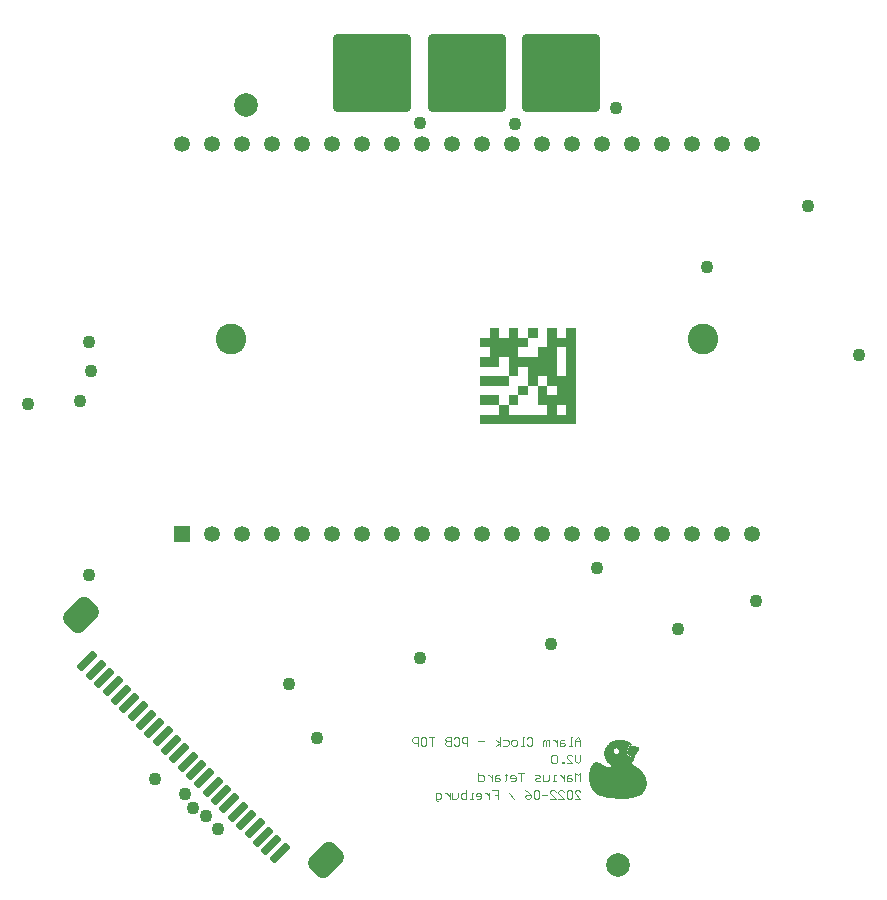
<source format=gbs>
G04*
G04 #@! TF.GenerationSoftware,Altium Limited,CircuitStudio,1.5.2 (30)*
G04*
G04 Layer_Color=8150272*
%FSLAX25Y25*%
%MOIN*%
G70*
G01*
G75*
%ADD41C,0.00394*%
%ADD73C,0.07874*%
%ADD74C,0.00394*%
%ADD75C,0.05315*%
%ADD76R,0.05315X0.05315*%
%ADD77C,0.10236*%
G04:AMPARAMS|DCode=78|XSize=259.84mil|YSize=259.84mil|CornerRadius=14.76mil|HoleSize=0mil|Usage=FLASHONLY|Rotation=180.000|XOffset=0mil|YOffset=0mil|HoleType=Round|Shape=RoundedRectangle|*
%AMROUNDEDRECTD78*
21,1,0.25984,0.23031,0,0,180.0*
21,1,0.23031,0.25984,0,0,180.0*
1,1,0.02953,-0.11516,0.11516*
1,1,0.02953,0.11516,0.11516*
1,1,0.02953,0.11516,-0.11516*
1,1,0.02953,-0.11516,-0.11516*
%
%ADD78ROUNDEDRECTD78*%
%ADD79C,0.04331*%
G04:AMPARAMS|DCode=80|XSize=27.56mil|YSize=78.74mil|CornerRadius=7.87mil|HoleSize=0mil|Usage=FLASHONLY|Rotation=135.000|XOffset=0mil|YOffset=0mil|HoleType=Round|Shape=RoundedRectangle|*
%AMROUNDEDRECTD80*
21,1,0.02756,0.06299,0,0,135.0*
21,1,0.01181,0.07874,0,0,135.0*
1,1,0.01575,0.01810,0.02645*
1,1,0.01575,0.02645,0.01810*
1,1,0.01575,-0.01810,-0.02645*
1,1,0.01575,-0.02645,-0.01810*
%
%ADD80ROUNDEDRECTD80*%
G04:AMPARAMS|DCode=81|XSize=86.61mil|YSize=114.17mil|CornerRadius=22.64mil|HoleSize=0mil|Usage=FLASHONLY|Rotation=135.000|XOffset=0mil|YOffset=0mil|HoleType=Round|Shape=RoundedRectangle|*
%AMROUNDEDRECTD81*
21,1,0.08661,0.06890,0,0,135.0*
21,1,0.04134,0.11417,0,0,135.0*
1,1,0.04528,0.00974,0.03897*
1,1,0.04528,0.03897,0.00974*
1,1,0.04528,-0.00974,-0.03897*
1,1,0.04528,-0.03897,-0.00974*
%
%ADD81ROUNDEDRECTD81*%
G36*
X51442Y-88684D02*
X51592D01*
X51784Y-88711D01*
X52003Y-88739D01*
X52249Y-88780D01*
X52508Y-88848D01*
X52768Y-88916D01*
X52795D01*
X52891Y-88944D01*
X53014Y-88971D01*
X53151Y-89012D01*
X53164D01*
X53178Y-89026D01*
X53260Y-89053D01*
X53383Y-89094D01*
X53506Y-89149D01*
X53520D01*
X53547Y-89162D01*
X53602D01*
X53657Y-89176D01*
X53670D01*
X53698Y-89190D01*
X53725Y-89204D01*
X53766Y-89245D01*
X53807D01*
X53848Y-89272D01*
X53916Y-89299D01*
X53930D01*
X53957Y-89327D01*
X53998Y-89354D01*
X54026Y-89381D01*
X54039Y-89395D01*
X54094Y-89422D01*
X54176Y-89463D01*
X54258Y-89518D01*
X54272Y-89532D01*
X54313Y-89559D01*
X54381Y-89586D01*
X54449Y-89641D01*
X54477Y-89655D01*
X54532Y-89696D01*
X54559Y-89709D01*
X54614Y-89778D01*
X54627D01*
X54655Y-89805D01*
Y-89819D01*
X54668Y-89832D01*
X54873Y-90051D01*
X55229Y-90530D01*
X55215D01*
X55201Y-90516D01*
X55119Y-90502D01*
X55010Y-90475D01*
X54887Y-90447D01*
X54873D01*
X54860Y-90434D01*
X54777Y-90420D01*
X54655Y-90393D01*
X54518Y-90379D01*
X54422D01*
X54367Y-90365D01*
X54272D01*
X54217Y-90393D01*
X54203Y-90406D01*
X54176Y-90420D01*
X54162Y-90461D01*
X54149D01*
X54135Y-90488D01*
X54094Y-90543D01*
X54080Y-90557D01*
X54053Y-90598D01*
X54026Y-90666D01*
X53998Y-90748D01*
X53985Y-90762D01*
X53971Y-90816D01*
X53944Y-90885D01*
X53903Y-90967D01*
X53889Y-90994D01*
X53834Y-91063D01*
X53793Y-91158D01*
X53739Y-91281D01*
Y-91295D01*
X53725Y-91309D01*
X53698Y-91391D01*
X53657Y-91500D01*
X53602Y-91623D01*
X53588Y-91650D01*
X53561Y-91719D01*
X53534Y-91815D01*
X53493Y-91924D01*
X53479Y-91951D01*
X53465Y-92006D01*
X53424Y-92102D01*
X53397Y-92197D01*
X53383Y-92211D01*
X53369Y-92252D01*
X53356Y-92320D01*
Y-92389D01*
Y-92402D01*
X53342Y-92443D01*
X53329Y-92498D01*
X53301Y-92566D01*
Y-92580D01*
X53288Y-92635D01*
X53274Y-92703D01*
X53260Y-92785D01*
X53246Y-92799D01*
X53233Y-92853D01*
X53219Y-92922D01*
X53206Y-93004D01*
X53192Y-93031D01*
X53178Y-93099D01*
X53164Y-93127D01*
Y-93168D01*
X53178Y-93182D01*
X53219Y-93236D01*
X53246Y-93264D01*
X53288Y-93291D01*
X53301Y-93305D01*
X53329Y-93345D01*
X53383Y-93414D01*
X53438Y-93482D01*
X53452Y-93496D01*
X53479Y-93537D01*
X53534Y-93592D01*
X53602Y-93646D01*
X53616Y-93660D01*
X53657Y-93701D01*
X53725Y-93769D01*
X53807Y-93851D01*
X53821Y-93865D01*
X53875Y-93906D01*
X53944Y-93961D01*
X54026Y-94029D01*
X54039Y-94043D01*
X54094Y-94070D01*
X54162Y-94111D01*
X54258Y-94166D01*
X54272Y-94179D01*
X54326Y-94193D01*
X54409Y-94234D01*
X54491Y-94275D01*
X54504D01*
X54532Y-94289D01*
X54572Y-94302D01*
X54627Y-94330D01*
X54750Y-94384D01*
X54901Y-94439D01*
X54914D01*
X54928Y-94453D01*
X55160D01*
X55338Y-94425D01*
X55352D01*
X55379Y-94412D01*
X55420D01*
X55475Y-94384D01*
X55611Y-94330D01*
X55680Y-94275D01*
X55748Y-94220D01*
X55762Y-94207D01*
X55775Y-94193D01*
X55857Y-94111D01*
X55967Y-94002D01*
X56090Y-93906D01*
Y-93920D01*
Y-93933D01*
X56076Y-94015D01*
Y-94029D01*
X56063Y-94056D01*
Y-94084D01*
X56049Y-94097D01*
Y-94111D01*
Y-94152D01*
X56035Y-94207D01*
X56021Y-94275D01*
Y-94289D01*
X56008Y-94330D01*
X55967Y-94425D01*
Y-94439D01*
X55953Y-94453D01*
X55940Y-94521D01*
X55898Y-94630D01*
X55871Y-94740D01*
X55857Y-94767D01*
X55830Y-94822D01*
X55789Y-94918D01*
X55748Y-95027D01*
Y-95041D01*
X55734Y-95068D01*
X55707Y-95109D01*
X55693Y-95177D01*
Y-95191D01*
X55680Y-95218D01*
X55652Y-95259D01*
X55625Y-95300D01*
X55611Y-95369D01*
X55529Y-95533D01*
X55338Y-95833D01*
X55256Y-95984D01*
X55242Y-95998D01*
X55201Y-96066D01*
X55188D01*
X55174Y-96093D01*
X55147Y-96148D01*
X55133Y-96162D01*
X55092Y-96216D01*
X55051Y-96312D01*
X55024Y-96421D01*
Y-96449D01*
Y-96517D01*
Y-96599D01*
X55065Y-96695D01*
Y-96708D01*
X55092Y-96736D01*
X55160Y-96831D01*
X55188Y-96859D01*
X55242Y-96927D01*
X55256D01*
X55283Y-96941D01*
X55311Y-96954D01*
X55365Y-96995D01*
X55379Y-97009D01*
X55393Y-97036D01*
X55434Y-97064D01*
X55475Y-97077D01*
X55502Y-97091D01*
X55570Y-97132D01*
X55666Y-97200D01*
X55789Y-97269D01*
X55803D01*
X55817Y-97282D01*
X55885Y-97324D01*
X55994Y-97378D01*
X56103Y-97447D01*
X56117D01*
X56145Y-97460D01*
X56186Y-97487D01*
X56254Y-97515D01*
X56268D01*
X56295Y-97528D01*
X56336Y-97556D01*
X56363Y-97597D01*
X56391D01*
X56445Y-97610D01*
X56527Y-97638D01*
X56637Y-97706D01*
X56664Y-97720D01*
X56719Y-97775D01*
X56801Y-97829D01*
X56896Y-97884D01*
X56924Y-97898D01*
X56992Y-97939D01*
X57006D01*
X57019Y-97952D01*
X57088Y-98021D01*
X57293Y-98157D01*
Y-98198D01*
X57334D01*
X57375Y-98212D01*
X57416Y-98239D01*
X57443Y-98267D01*
X57471Y-98294D01*
X57703Y-98485D01*
X57894Y-98663D01*
X57935D01*
X58004Y-98773D01*
X58072Y-98800D01*
X58086Y-98855D01*
X58236Y-98964D01*
X58222D01*
Y-98991D01*
X58250D01*
X58277Y-99005D01*
X58304Y-99032D01*
X58318Y-99046D01*
X58332Y-99101D01*
X58345D01*
X58373Y-99114D01*
X58414Y-99142D01*
X58455Y-99183D01*
Y-99196D01*
X58482Y-99224D01*
X58523Y-99292D01*
Y-99333D01*
X58551Y-99319D01*
X58660Y-99470D01*
X58797Y-99634D01*
X59070Y-100044D01*
X59043Y-100085D01*
X59056Y-100099D01*
X59084Y-100112D01*
X59138Y-100167D01*
X59179Y-100235D01*
Y-100249D01*
X59207Y-100303D01*
X59234Y-100358D01*
X59261Y-100427D01*
Y-100440D01*
X59275Y-100468D01*
X59302Y-100522D01*
X59330Y-100577D01*
X59398Y-100741D01*
X59480Y-100919D01*
Y-100932D01*
X59494Y-100960D01*
X59521Y-101014D01*
X59548Y-101069D01*
X59617Y-101233D01*
X59685Y-101425D01*
X59699Y-101452D01*
X59712Y-101534D01*
X59753Y-101657D01*
X59794Y-101821D01*
X59835Y-102026D01*
X59877Y-102245D01*
X59904Y-102504D01*
X59931Y-102764D01*
Y-102778D01*
Y-102792D01*
Y-102832D01*
Y-102887D01*
Y-103024D01*
Y-103202D01*
Y-103407D01*
X59904Y-103639D01*
X59877Y-103885D01*
X59835Y-104118D01*
Y-104131D01*
X59822Y-104186D01*
X59794Y-104268D01*
X59753Y-104377D01*
X59726Y-104500D01*
X59671Y-104637D01*
X59562Y-104924D01*
X59548Y-104938D01*
X59535Y-104992D01*
X59494Y-105061D01*
X59453Y-105156D01*
X59398Y-105266D01*
X59330Y-105389D01*
X59166Y-105662D01*
Y-105676D01*
X59138Y-105703D01*
X59111Y-105744D01*
X59084Y-105799D01*
X58988Y-105936D01*
X58878Y-106100D01*
X58865Y-106113D01*
X58851Y-106141D01*
X58824Y-106168D01*
X58769Y-106223D01*
X58674Y-106359D01*
X58551Y-106496D01*
X58537Y-106510D01*
X58509Y-106537D01*
X58468Y-106592D01*
X58427Y-106646D01*
X58414Y-106660D01*
X58386Y-106687D01*
X58332Y-106728D01*
X58277Y-106769D01*
X58304Y-106810D01*
X58277Y-106824D01*
X58209Y-106865D01*
X57990Y-107056D01*
X57129Y-107467D01*
X56869Y-107521D01*
X56254Y-107754D01*
X56227D01*
Y-107781D01*
X56158D01*
X56103Y-107822D01*
X56063Y-107836D01*
X55802Y-107867D01*
X55817Y-107877D01*
X55775D01*
Y-107870D01*
X55721Y-107877D01*
X55707Y-107918D01*
X55625D01*
X55529Y-107931D01*
X55420Y-107945D01*
X55393D01*
X55324Y-107972D01*
X55229Y-108000D01*
X55133Y-108041D01*
X55024D01*
X54983Y-108054D01*
X54955Y-108082D01*
X54691Y-108114D01*
X54709Y-108123D01*
X54682D01*
Y-108115D01*
X54614Y-108123D01*
X54600D01*
X54559Y-108136D01*
X54477D01*
X54436Y-108150D01*
X54381Y-108164D01*
X54149D01*
X54135Y-108177D01*
X54094Y-108191D01*
X54039Y-108205D01*
X53834D01*
X53766Y-108219D01*
X53520D01*
X53438Y-108232D01*
X53424D01*
X53411Y-108246D01*
X53356Y-108259D01*
X53329D01*
X53301Y-108273D01*
X53055D01*
Y-108300D01*
X52946D01*
X52850Y-108314D01*
X52823D01*
X52768Y-108328D01*
X52686Y-108342D01*
X52221D01*
X52044Y-108328D01*
X51838D01*
X51415Y-108314D01*
X51319D01*
X51196Y-108300D01*
X50882D01*
X50677Y-108287D01*
X50458Y-108273D01*
X50239Y-108259D01*
X50225D01*
X50171Y-108246D01*
X49856D01*
X49761Y-108232D01*
X49706D01*
X49651Y-108219D01*
X49583D01*
X49487Y-108205D01*
X49392Y-108191D01*
X49173Y-108164D01*
X49159D01*
X49118Y-108150D01*
X49064D01*
X48981Y-108136D01*
X48899Y-108123D01*
X48790Y-108109D01*
X48571Y-108082D01*
X48503D01*
X48448Y-108068D01*
X48366Y-108054D01*
X48216D01*
X48134Y-108068D01*
X48107D01*
X48079Y-108054D01*
X48038D01*
X48011Y-108068D01*
X47997Y-108054D01*
X47970Y-108041D01*
X47929Y-108027D01*
X47861Y-108013D01*
X47751D01*
X47710Y-108027D01*
X47546D01*
X47532Y-108013D01*
X47505Y-108000D01*
X47464Y-107986D01*
X47396Y-107972D01*
X47341D01*
X47232Y-107945D01*
X47191D01*
X47150Y-107931D01*
X47081D01*
X46931Y-107904D01*
X46767Y-107890D01*
X46726D01*
X46671Y-107877D01*
X46617D01*
X46466Y-107849D01*
X46288Y-107822D01*
X46275D01*
X46234Y-107808D01*
X46165Y-107781D01*
X46070Y-107767D01*
X46042D01*
X45988Y-107754D01*
X45878D01*
X45550Y-107658D01*
X44990Y-107494D01*
Y-107467D01*
X44962D01*
X44908Y-107453D01*
X44826Y-107439D01*
X44730Y-107412D01*
X44703Y-107398D01*
X44648Y-107371D01*
X44552Y-107344D01*
X44457Y-107303D01*
X44443Y-107289D01*
X44402Y-107275D01*
X44334Y-107262D01*
X44265Y-107234D01*
X44252D01*
X44211Y-107221D01*
X44142Y-107207D01*
X44074Y-107179D01*
X44047Y-107166D01*
X43992Y-107152D01*
X43910Y-107125D01*
X43828Y-107084D01*
X43801Y-107070D01*
X43760Y-107043D01*
X43677Y-107002D01*
X43609Y-106947D01*
X43595Y-106933D01*
X43541Y-106920D01*
X43472Y-106879D01*
X43390Y-106838D01*
X43377Y-106824D01*
X43322Y-106797D01*
X43267Y-106742D01*
X43226Y-106674D01*
X43213Y-106701D01*
X43131Y-106660D01*
Y-106619D01*
X43103D01*
X43090Y-106605D01*
X43049Y-106564D01*
X42980Y-106537D01*
X42844Y-106387D01*
X42789D01*
X42748Y-106291D01*
X42721D01*
X42680Y-106277D01*
X42652Y-106250D01*
X42639Y-106236D01*
X42611Y-106223D01*
X42529Y-106154D01*
X42516Y-106141D01*
X42461Y-106086D01*
X42406Y-106018D01*
X42338Y-105936D01*
X42324Y-105908D01*
X42283Y-105853D01*
X42215Y-105772D01*
X42147Y-105676D01*
X42133Y-105662D01*
X42105Y-105649D01*
X42037Y-105567D01*
X42023Y-105553D01*
X42010Y-105526D01*
X41996Y-105484D01*
X41982Y-105430D01*
X41941Y-105389D01*
X41900Y-105334D01*
X41887Y-105320D01*
X41859Y-105293D01*
X41818Y-105252D01*
X41777Y-105184D01*
X41764Y-105156D01*
X41736Y-105115D01*
X41730Y-105102D01*
X41723D01*
Y-105088D01*
X41709Y-105061D01*
X41695Y-105006D01*
X41668D01*
X41654Y-104992D01*
X41641Y-104965D01*
Y-104951D01*
X41627Y-104938D01*
Y-104910D01*
X41613D01*
X41600Y-104897D01*
Y-104883D01*
Y-104856D01*
X41572Y-104810D01*
Y-104787D01*
X41559D01*
X41545Y-104760D01*
X41504Y-104733D01*
X41477Y-104692D01*
X41463Y-104678D01*
X41449Y-104651D01*
X41436Y-104596D01*
Y-104541D01*
X41422Y-104555D01*
Y-104541D01*
Y-104528D01*
X41408Y-104514D01*
X41395Y-104500D01*
Y-104487D01*
X41367Y-104364D01*
X41340Y-104391D01*
Y-104350D01*
X41326Y-104364D01*
X41340Y-104336D01*
X41326Y-104350D01*
X41299Y-104336D01*
Y-104268D01*
X41285D01*
Y-104254D01*
X41299D01*
X41285Y-104241D01*
Y-104200D01*
X41272D01*
X41258Y-104186D01*
X41244Y-104172D01*
X41231Y-104131D01*
Y-104118D01*
X41217Y-104090D01*
X41203Y-104022D01*
Y-104035D01*
X41190D01*
Y-103967D01*
X41176D01*
Y-103926D01*
X41135Y-103885D01*
X41149D01*
X41135Y-103871D01*
X41121Y-103858D01*
X41107Y-103817D01*
Y-103789D01*
Y-103776D01*
X41094Y-103748D01*
Y-103680D01*
X41080Y-103694D01*
Y-103625D01*
X41039Y-103639D01*
X41053Y-103584D01*
X41039D01*
Y-103598D01*
X41017Y-103543D01*
X41012D01*
Y-103530D01*
X41017Y-103543D01*
X41039D01*
X40998Y-103502D01*
X41012Y-103461D01*
X40998Y-103489D01*
Y-103475D01*
Y-103461D01*
Y-103448D01*
X40984D01*
Y-103434D01*
X40998Y-103420D01*
X40984D01*
Y-103407D01*
X40998Y-103379D01*
Y-103366D01*
X40957D01*
X40984Y-103311D01*
X40957D01*
Y-103297D01*
X40944D01*
X40957Y-103256D01*
X40944Y-103270D01*
Y-103256D01*
Y-103229D01*
X40916D01*
Y-103215D01*
X40930Y-103174D01*
Y-103161D01*
Y-103147D01*
Y-103133D01*
X40903D01*
X40916Y-103078D01*
X40903D01*
Y-103065D01*
X40875D01*
Y-102969D01*
X40861D01*
X40848Y-102696D01*
X40780Y-102545D01*
X40807Y-102463D01*
X40780Y-102491D01*
Y-102368D01*
X40766Y-102272D01*
X40752D01*
Y-102258D01*
Y-102245D01*
X40766Y-102217D01*
X40752Y-102204D01*
X40738Y-102190D01*
Y-102176D01*
Y-102163D01*
X40752Y-102135D01*
X40738Y-102122D01*
X40725Y-102108D01*
Y-102094D01*
X40752Y-102040D01*
X40711Y-101903D01*
X40684Y-101575D01*
X40711Y-101520D01*
X40684D01*
Y-101479D01*
Y-101438D01*
Y-101301D01*
Y-101151D01*
Y-101137D01*
Y-101110D01*
Y-101069D01*
Y-101028D01*
Y-100891D01*
Y-100741D01*
Y-100727D01*
Y-100686D01*
Y-100632D01*
Y-100563D01*
Y-100550D01*
Y-100509D01*
X40697Y-100454D01*
X40725Y-100413D01*
Y-100399D01*
Y-100358D01*
Y-100303D01*
X40738Y-100235D01*
Y-100222D01*
Y-100167D01*
X40752Y-100099D01*
Y-100030D01*
Y-100016D01*
Y-100003D01*
X40766Y-99921D01*
X40780Y-99811D01*
X40807Y-99688D01*
Y-99675D01*
Y-99661D01*
X40821Y-99579D01*
X40834Y-99470D01*
X40861Y-99347D01*
Y-99319D01*
X40875Y-99251D01*
X40889Y-99155D01*
X40916Y-99032D01*
X40957Y-98868D01*
X40998Y-98704D01*
X41094Y-98349D01*
Y-98321D01*
X41121Y-98267D01*
X41149Y-98171D01*
X41190Y-98048D01*
X41244Y-97898D01*
X41313Y-97734D01*
X41477Y-97378D01*
Y-97364D01*
X41504Y-97324D01*
X41531Y-97269D01*
X41572Y-97187D01*
X41695Y-96995D01*
X41846Y-96790D01*
X41859Y-96777D01*
X41887Y-96736D01*
X41928Y-96695D01*
X41982Y-96626D01*
X42064Y-96544D01*
X42147Y-96462D01*
X42365Y-96312D01*
X42393Y-96298D01*
X42447Y-96271D01*
X42543Y-96216D01*
X42666Y-96162D01*
X42816Y-96121D01*
X42994Y-96079D01*
X43172Y-96066D01*
X43390D01*
X43445Y-96079D01*
X43554Y-96093D01*
X43677Y-96134D01*
X43828Y-96175D01*
X43992Y-96230D01*
X44170Y-96312D01*
X44347Y-96408D01*
X44361Y-96421D01*
X44402Y-96449D01*
X44470Y-96476D01*
X44539Y-96531D01*
X44552Y-96544D01*
X44593Y-96558D01*
X44703Y-96640D01*
X44730Y-96654D01*
X44785Y-96681D01*
X44812Y-96695D01*
X44840Y-96736D01*
X44867D01*
X44908Y-96763D01*
X44921Y-96777D01*
X44976Y-96790D01*
X44990D01*
X45017Y-96818D01*
X45099Y-96872D01*
X45113D01*
X45140Y-96900D01*
X45222Y-96954D01*
X45236D01*
X45250Y-96982D01*
X45291Y-96995D01*
X45345Y-97036D01*
X45482Y-97105D01*
X45632Y-97200D01*
X45646D01*
X45673Y-97214D01*
X45714Y-97241D01*
X45755Y-97269D01*
X45892Y-97351D01*
X46056Y-97433D01*
X46070D01*
X46111Y-97460D01*
X46165Y-97487D01*
X46248Y-97515D01*
X46261D01*
X46302Y-97542D01*
X46357Y-97570D01*
X46398Y-97624D01*
X46453D01*
X46521Y-97638D01*
X46603Y-97679D01*
X46617Y-97693D01*
X46671Y-97720D01*
X46740Y-97747D01*
X46808Y-97775D01*
X46822D01*
X46849Y-97788D01*
X46890Y-97802D01*
X46958D01*
X46999Y-97788D01*
X47095Y-97775D01*
X47163D01*
X47218Y-97761D01*
X47355D01*
X47505Y-97747D01*
X47546D01*
X47574Y-97734D01*
X47628Y-97720D01*
X47765Y-97706D01*
X47901Y-97665D01*
X47915D01*
X47943Y-97651D01*
X48038Y-97610D01*
X48052Y-97597D01*
X48079Y-97583D01*
X48107Y-97528D01*
X48148Y-97474D01*
Y-97460D01*
Y-97419D01*
Y-97378D01*
X48134Y-97324D01*
X48120Y-97310D01*
X48107Y-97282D01*
X48079Y-97241D01*
X48038Y-97200D01*
X48025D01*
X48011Y-97173D01*
X47943Y-97118D01*
X47847Y-97050D01*
X47738Y-96954D01*
X47724D01*
X47710Y-96927D01*
X47642Y-96872D01*
X47546Y-96804D01*
X47437Y-96722D01*
X47423Y-96708D01*
X47368Y-96667D01*
X47300Y-96599D01*
X47204Y-96517D01*
X47095Y-96408D01*
X46986Y-96285D01*
X46753Y-96025D01*
X46740Y-96011D01*
X46699Y-95956D01*
X46644Y-95875D01*
X46575Y-95779D01*
X46494Y-95656D01*
X46411Y-95519D01*
X46248Y-95205D01*
X46234Y-95191D01*
X46220Y-95150D01*
X46179Y-95082D01*
X46152Y-95013D01*
X46138Y-95000D01*
X46124Y-94945D01*
X46097Y-94890D01*
X46070Y-94808D01*
X46056Y-94794D01*
X46042Y-94767D01*
X46015Y-94699D01*
Y-94685D01*
X46001Y-94658D01*
Y-94617D01*
Y-94562D01*
X45988D01*
X45974Y-94548D01*
X45960Y-94521D01*
X45947Y-94480D01*
Y-94466D01*
X45933Y-94425D01*
X45919Y-94330D01*
Y-94316D01*
X45906Y-94275D01*
Y-94207D01*
X45892Y-94138D01*
Y-94125D01*
X45878Y-94070D01*
X45851Y-93988D01*
X45837Y-93906D01*
Y-93892D01*
X45824Y-93865D01*
X45810Y-93769D01*
Y-93756D01*
X45796Y-93715D01*
Y-93660D01*
Y-93605D01*
X45783Y-93592D01*
Y-93578D01*
Y-93537D01*
Y-93523D01*
Y-93496D01*
Y-93427D01*
Y-93400D01*
Y-93345D01*
Y-93250D01*
Y-93140D01*
Y-93127D01*
Y-93113D01*
Y-93045D01*
Y-92963D01*
X45796Y-92867D01*
Y-92963D01*
X45824Y-92840D01*
X45798D01*
X45824Y-92525D01*
X45837D01*
Y-92484D01*
X45851Y-92430D01*
X45865Y-92279D01*
X45919Y-92102D01*
Y-92088D01*
X45933Y-92061D01*
X45947Y-92006D01*
X45974Y-91951D01*
X46029Y-91801D01*
X46097Y-91623D01*
Y-91609D01*
X46111Y-91582D01*
X46124Y-91527D01*
X46165Y-91459D01*
Y-91445D01*
X46193Y-91404D01*
X46220Y-91350D01*
X46261Y-91322D01*
Y-91309D01*
Y-91295D01*
X46275Y-91254D01*
X46288Y-91240D01*
X46302Y-91186D01*
Y-91172D01*
X46330Y-91145D01*
X46357Y-91090D01*
X46398Y-91022D01*
X46411Y-91008D01*
X46425Y-90967D01*
X46466Y-90926D01*
X46521Y-90899D01*
Y-90885D01*
Y-90871D01*
X46534Y-90830D01*
X46548Y-90816D01*
X46589Y-90776D01*
X46671Y-90666D01*
Y-90653D01*
Y-90639D01*
X46699Y-90598D01*
X46726Y-90557D01*
X46740Y-90543D01*
X46753Y-90516D01*
X46794Y-90502D01*
X46822Y-90488D01*
X46876Y-90379D01*
X46931Y-90297D01*
X47013Y-90242D01*
X47204Y-90010D01*
X47232Y-90024D01*
Y-89996D01*
X47245D01*
X47273Y-89969D01*
X47314Y-89942D01*
X47368Y-89901D01*
X47382Y-89887D01*
X47409Y-89846D01*
X47450Y-89805D01*
X47478Y-89764D01*
X47491D01*
X47532Y-89737D01*
X47601Y-89696D01*
X47683Y-89641D01*
X47697Y-89627D01*
X47738Y-89586D01*
X47792Y-89532D01*
X47861Y-89491D01*
X47888Y-89477D01*
X47929Y-89463D01*
X47943Y-89450D01*
X47997Y-89436D01*
X48066Y-89381D01*
Y-89368D01*
X48079Y-89354D01*
X48148Y-89327D01*
X48175Y-89313D01*
X48243Y-89258D01*
X48257Y-89245D01*
X48312Y-89231D01*
X48394Y-89190D01*
X48476Y-89162D01*
X48489Y-89149D01*
X48544Y-89135D01*
X48626Y-89108D01*
X48708Y-89067D01*
X48735Y-89053D01*
X48804Y-89012D01*
X48817D01*
X48831Y-88998D01*
X48872Y-88985D01*
X48913D01*
X48927Y-88971D01*
X48941Y-88957D01*
X48981Y-88944D01*
X49036Y-88930D01*
X49050D01*
X49077Y-88916D01*
X49187D01*
X49200Y-88903D01*
X49268Y-88889D01*
X49378Y-88848D01*
X49501Y-88821D01*
X49515D01*
X49528Y-88807D01*
X49610Y-88793D01*
X49720Y-88766D01*
X49856Y-88739D01*
X49884D01*
X49925Y-88725D01*
X49979D01*
X50116Y-88711D01*
X50308Y-88698D01*
X50526Y-88684D01*
X50772Y-88670D01*
X51387D01*
X51442Y-88684D01*
D02*
G37*
G36*
X17131Y25335D02*
Y24535D01*
Y23735D01*
Y22935D01*
X13931D01*
Y23735D01*
Y24535D01*
Y25335D01*
Y26135D01*
X17131D01*
Y25335D01*
D02*
G37*
G36*
X45796Y-92853D02*
Y-92840D01*
X45798D01*
X45796Y-92853D01*
D02*
G37*
G36*
X41572Y-104810D02*
Y-104815D01*
X41559Y-104787D01*
X41572Y-104810D01*
D02*
G37*
G36*
X54518Y-90530D02*
X54545D01*
X54600Y-90543D01*
X54682Y-90557D01*
X54791Y-90584D01*
X54819D01*
X54873Y-90598D01*
X54969Y-90611D01*
X55065Y-90639D01*
X55078D01*
X55119Y-90653D01*
X55174Y-90666D01*
X55256Y-90680D01*
X55352Y-90693D01*
X55461Y-90721D01*
X55693Y-90762D01*
X55748D01*
X55803Y-90776D01*
X55885Y-90789D01*
X55967Y-90803D01*
X56076Y-90816D01*
X56295Y-90858D01*
X56418D01*
X56486Y-90871D01*
X56541D01*
X56596Y-90885D01*
X56664Y-90899D01*
X56678D01*
X56705Y-90912D01*
X56787Y-90926D01*
X56896D01*
Y-90940D01*
X56924Y-90953D01*
X56951D01*
Y-90964D01*
X56937Y-90967D01*
X56951D01*
Y-90964D01*
X56992Y-90953D01*
Y-90967D01*
X57019Y-90981D01*
X57088Y-91035D01*
X57101D01*
X57115Y-91049D01*
X57197Y-91090D01*
X57225Y-91104D01*
X57279Y-91158D01*
X57361Y-91240D01*
X57443Y-91363D01*
Y-91377D01*
X57457Y-91391D01*
X57484Y-91473D01*
X57512Y-91596D01*
X57498Y-91664D01*
X57484Y-91732D01*
Y-91760D01*
Y-91828D01*
X57471Y-91856D01*
X57429Y-91896D01*
X57293Y-92225D01*
X57279Y-92238D01*
X57238Y-92293D01*
X57170Y-92361D01*
X57074Y-92457D01*
X56978Y-92580D01*
X56869Y-92717D01*
X56746Y-92867D01*
X56637Y-93031D01*
X56623Y-93045D01*
X56582Y-93099D01*
X56527Y-93195D01*
X56432Y-93291D01*
X56336Y-93414D01*
X56227Y-93550D01*
X55953Y-93838D01*
X55940Y-93851D01*
X55926Y-93865D01*
X55844Y-93933D01*
X55721Y-94043D01*
X55570Y-94166D01*
X55557D01*
X55529Y-94193D01*
X55488Y-94207D01*
X55434Y-94234D01*
X55283Y-94289D01*
X55201Y-94302D01*
X55106Y-94316D01*
X55010D01*
X54928Y-94302D01*
X54832Y-94275D01*
X54805Y-94261D01*
X54750Y-94234D01*
X54668Y-94193D01*
X54572Y-94138D01*
X54545Y-94125D01*
X54491Y-94111D01*
X54422Y-94070D01*
X54340Y-94043D01*
X54313Y-94029D01*
X54258Y-94002D01*
X54190Y-93961D01*
X54108Y-93906D01*
X54094Y-93892D01*
X54039Y-93851D01*
X53971Y-93783D01*
X53903Y-93715D01*
X53889Y-93701D01*
X53834Y-93660D01*
X53766Y-93592D01*
X53698Y-93523D01*
X53684Y-93510D01*
X53657Y-93482D01*
X53561Y-93400D01*
X53547Y-93387D01*
X53520Y-93359D01*
X53438Y-93264D01*
X53424Y-93250D01*
X53411Y-93236D01*
X53369Y-93195D01*
X53356Y-93182D01*
X53342Y-93127D01*
Y-93113D01*
X53329Y-93058D01*
X53342Y-92990D01*
X53369Y-92894D01*
Y-92881D01*
Y-92867D01*
X53397Y-92812D01*
X53411Y-92730D01*
X53438Y-92648D01*
Y-92635D01*
X53465Y-92580D01*
X53479Y-92525D01*
X53493Y-92443D01*
Y-92430D01*
Y-92375D01*
X53506Y-92307D01*
X53534Y-92238D01*
Y-92225D01*
X53547Y-92211D01*
X53575Y-92129D01*
X53602Y-92019D01*
X53657Y-91910D01*
Y-91896D01*
X53670Y-91883D01*
X53698Y-91815D01*
X53739Y-91705D01*
X53780Y-91582D01*
Y-91568D01*
X53807Y-91527D01*
X53834Y-91459D01*
X53862Y-91391D01*
Y-91377D01*
X53889Y-91322D01*
X53903Y-91254D01*
X53930Y-91186D01*
Y-91172D01*
X53957Y-91131D01*
X53985Y-91076D01*
X54026Y-91008D01*
Y-90994D01*
X54053Y-90953D01*
X54080Y-90899D01*
X54108Y-90830D01*
Y-90816D01*
X54121Y-90789D01*
X54135Y-90748D01*
X54176Y-90680D01*
X54190Y-90666D01*
X54203Y-90625D01*
X54244Y-90570D01*
X54285Y-90530D01*
X54299D01*
X54326Y-90516D01*
X54449D01*
X54518Y-90530D01*
D02*
G37*
G36*
X20331Y28535D02*
Y27735D01*
Y26935D01*
Y26135D01*
X17131D01*
Y26935D01*
Y27735D01*
Y28535D01*
Y29335D01*
X20331D01*
Y28535D01*
D02*
G37*
G36*
X23531Y47735D02*
Y46935D01*
Y46135D01*
Y45335D01*
X20331D01*
Y46135D01*
Y46935D01*
Y47735D01*
Y48535D01*
X23531D01*
Y47735D01*
D02*
G37*
G36*
X36331D02*
Y46935D01*
Y46135D01*
Y45335D01*
Y44535D01*
Y43735D01*
Y42935D01*
Y42135D01*
Y41335D01*
Y40535D01*
Y39735D01*
Y38935D01*
Y38135D01*
Y37335D01*
Y36535D01*
Y35735D01*
Y34935D01*
Y34135D01*
Y33335D01*
Y32535D01*
Y31735D01*
Y30935D01*
Y30135D01*
Y29335D01*
Y28535D01*
Y27735D01*
Y26935D01*
Y26135D01*
Y25335D01*
Y24535D01*
Y23735D01*
Y22935D01*
Y22135D01*
Y21335D01*
Y20535D01*
Y19735D01*
Y18935D01*
Y18135D01*
Y17335D01*
Y16535D01*
X4331D01*
Y17335D01*
Y18135D01*
Y18935D01*
Y19735D01*
X10731D01*
Y20535D01*
Y21335D01*
Y22135D01*
Y22935D01*
X4331D01*
Y23735D01*
Y24535D01*
Y25335D01*
Y26135D01*
X10731D01*
Y25335D01*
Y24535D01*
Y23735D01*
Y22935D01*
X13931D01*
Y22135D01*
Y21335D01*
Y20535D01*
Y19735D01*
X26731D01*
Y20535D01*
Y21335D01*
Y22135D01*
Y22935D01*
X23531D01*
Y23735D01*
Y24535D01*
Y25335D01*
Y26135D01*
Y26935D01*
Y27735D01*
Y28535D01*
Y29335D01*
X20331D01*
Y30135D01*
Y30935D01*
Y31735D01*
Y32535D01*
Y33335D01*
Y34135D01*
Y34935D01*
Y35735D01*
X17131D01*
Y34935D01*
Y34135D01*
Y33335D01*
Y32535D01*
X13931D01*
Y33335D01*
Y34135D01*
Y34935D01*
Y35735D01*
Y36535D01*
Y37335D01*
Y38135D01*
Y38935D01*
X10731D01*
Y38135D01*
Y37335D01*
Y36535D01*
Y35735D01*
X4331D01*
Y36535D01*
Y37335D01*
Y38135D01*
Y38935D01*
X7531D01*
Y39735D01*
Y40535D01*
Y41335D01*
Y42135D01*
X4331D01*
Y42935D01*
Y43735D01*
Y44535D01*
Y45335D01*
X7531D01*
Y46135D01*
Y46935D01*
Y47735D01*
Y48535D01*
X10731D01*
Y47735D01*
Y46935D01*
Y46135D01*
Y45335D01*
X13931D01*
Y46135D01*
Y46935D01*
Y47735D01*
Y48535D01*
X17131D01*
Y47735D01*
Y46935D01*
Y46135D01*
Y45335D01*
X20331D01*
Y44535D01*
Y43735D01*
Y42935D01*
Y42135D01*
X17131D01*
Y41335D01*
Y40535D01*
Y39735D01*
Y38935D01*
X23531D01*
Y39735D01*
Y40535D01*
Y41335D01*
Y42135D01*
X26731D01*
Y42935D01*
Y43735D01*
Y44535D01*
Y45335D01*
Y46135D01*
Y46935D01*
Y47735D01*
Y48535D01*
X29931D01*
Y47735D01*
Y46935D01*
Y46135D01*
Y45335D01*
X33131D01*
Y46135D01*
Y46935D01*
Y47735D01*
Y48535D01*
X36331D01*
Y47735D01*
D02*
G37*
G36*
X13931Y31735D02*
Y30935D01*
Y30135D01*
Y29335D01*
X4331D01*
Y30135D01*
Y30935D01*
Y31735D01*
Y32535D01*
X13931D01*
Y31735D01*
D02*
G37*
%LPC*%
G36*
X41723Y-105074D02*
Y-105088D01*
X41730Y-105102D01*
X41750D01*
X41723Y-105074D01*
D02*
G37*
G36*
X41654Y-104924D02*
X41627D01*
X41654Y-104951D01*
Y-104924D01*
D02*
G37*
G36*
X54682Y-108109D02*
Y-108115D01*
X54691Y-108114D01*
X54682Y-108109D01*
D02*
G37*
G36*
X55775Y-107849D02*
Y-107870D01*
X55802Y-107867D01*
X55775Y-107849D01*
D02*
G37*
G36*
X49897Y-91527D02*
X49733D01*
X49624Y-91541D01*
X49501Y-91582D01*
X49364Y-91637D01*
X49227Y-91732D01*
X49104Y-91856D01*
X49091Y-91869D01*
X49050Y-91924D01*
X49009Y-92006D01*
X48954Y-92102D01*
X48913Y-92225D01*
X48886Y-92361D01*
Y-92512D01*
X48913Y-92676D01*
Y-92689D01*
X48927Y-92703D01*
X48941Y-92785D01*
X48981Y-92881D01*
X49050Y-92976D01*
X49064Y-92990D01*
X49104Y-93045D01*
X49187Y-93113D01*
X49282Y-93182D01*
X49310Y-93209D01*
X49378Y-93264D01*
X49405Y-93277D01*
X49474Y-93291D01*
X49487D01*
X49515Y-93305D01*
X49597Y-93318D01*
X49720D01*
X49747Y-93332D01*
X49802Y-93345D01*
X49829D01*
X49884Y-93359D01*
X49897Y-93345D01*
X49925Y-93332D01*
X49938Y-93318D01*
X49979Y-93291D01*
X50089D01*
X50102Y-93277D01*
X50143Y-93250D01*
X50157Y-93236D01*
X50184Y-93195D01*
X50212Y-93182D01*
X50253D01*
X50266Y-93168D01*
X50308Y-93140D01*
X50321Y-93127D01*
X50349Y-93099D01*
X50389Y-93045D01*
X50444Y-92976D01*
X50499Y-92881D01*
X50554Y-92771D01*
X50595Y-92662D01*
X50635Y-92525D01*
Y-92512D01*
X50649Y-92457D01*
Y-92389D01*
Y-92293D01*
X50635Y-92197D01*
X50595Y-92074D01*
X50554Y-91965D01*
X50472Y-91856D01*
X50458Y-91842D01*
X50444Y-91815D01*
X50403Y-91773D01*
X50362Y-91732D01*
X50349Y-91719D01*
X50308Y-91691D01*
X50212Y-91623D01*
X50198Y-91609D01*
X50157Y-91596D01*
X50061Y-91568D01*
X50048D01*
X50007Y-91555D01*
X49952Y-91541D01*
X49897Y-91527D01*
D02*
G37*
G36*
X33131Y42135D02*
X29931D01*
Y41335D01*
Y40535D01*
Y39735D01*
Y38935D01*
Y38135D01*
Y37335D01*
Y36535D01*
Y35735D01*
Y34935D01*
Y34135D01*
Y33335D01*
Y32535D01*
X33131D01*
Y33335D01*
Y34135D01*
Y34935D01*
Y35735D01*
Y36535D01*
Y37335D01*
Y38135D01*
Y38935D01*
Y39735D01*
Y40535D01*
Y41335D01*
Y42135D01*
D02*
G37*
G36*
X26731Y32535D02*
X23531D01*
Y31735D01*
Y30935D01*
Y30135D01*
Y29335D01*
X26731D01*
Y28535D01*
Y27735D01*
Y26935D01*
Y26135D01*
X29931D01*
Y26935D01*
Y27735D01*
Y28535D01*
Y29335D01*
X26731D01*
Y30135D01*
Y30935D01*
Y31735D01*
Y32535D01*
D02*
G37*
G36*
X33131Y22935D02*
X29931D01*
Y22135D01*
Y21335D01*
Y20535D01*
Y19735D01*
X33131D01*
Y20535D01*
Y21335D01*
Y22135D01*
Y22935D01*
D02*
G37*
%LPD*%
D41*
X37795Y-93702D02*
Y-95538D01*
X36877Y-96457D01*
X35959Y-95538D01*
Y-93702D01*
X33204Y-96457D02*
X35040D01*
X33204Y-94620D01*
Y-94161D01*
X33663Y-93702D01*
X34581D01*
X35040Y-94161D01*
X32285Y-96457D02*
Y-95998D01*
X31826D01*
Y-96457D01*
X32285D01*
X29989Y-94161D02*
X29530Y-93702D01*
X28612D01*
X28153Y-94161D01*
Y-95998D01*
X28612Y-96457D01*
X29530D01*
X29989Y-95998D01*
Y-94161D01*
X35959Y-108268D02*
X37795D01*
X35959Y-106431D01*
Y-105972D01*
X36418Y-105513D01*
X37336D01*
X37795Y-105972D01*
X35040D02*
X34581Y-105513D01*
X33663D01*
X33204Y-105972D01*
Y-107808D01*
X33663Y-108268D01*
X34581D01*
X35040Y-107808D01*
Y-105972D01*
X30449Y-108268D02*
X32285D01*
X30449Y-106431D01*
Y-105972D01*
X30908Y-105513D01*
X31826D01*
X32285Y-105972D01*
X27694Y-108268D02*
X29530D01*
X27694Y-106431D01*
Y-105972D01*
X28153Y-105513D01*
X29071D01*
X29530Y-105972D01*
X26775Y-106890D02*
X24938D01*
X24020Y-105972D02*
X23561Y-105513D01*
X22643D01*
X22184Y-105972D01*
Y-107808D01*
X22643Y-108268D01*
X23561D01*
X24020Y-107808D01*
Y-105972D01*
X19429Y-105513D02*
X20347Y-105972D01*
X21265Y-106890D01*
Y-107808D01*
X20806Y-108268D01*
X19888D01*
X19429Y-107808D01*
Y-107349D01*
X19888Y-106890D01*
X21265D01*
X15755Y-108268D02*
X13918Y-106431D01*
X8408Y-105513D02*
X10245D01*
Y-106890D01*
X9327D01*
X10245D01*
Y-108268D01*
X7490Y-106431D02*
Y-108268D01*
Y-107349D01*
X7031Y-106890D01*
X6572Y-106431D01*
X6112D01*
X3357Y-108268D02*
X4276D01*
X4735Y-107808D01*
Y-106890D01*
X4276Y-106431D01*
X3357D01*
X2898Y-106890D01*
Y-107349D01*
X4735D01*
X1980Y-108268D02*
X1062D01*
X1521D01*
Y-106431D01*
X1980D01*
X-316Y-105513D02*
Y-108268D01*
X-1693D01*
X-2152Y-107808D01*
Y-107349D01*
Y-106890D01*
X-1693Y-106431D01*
X-316D01*
X-3071D02*
Y-107808D01*
X-3530Y-108268D01*
X-4907D01*
Y-106431D01*
X-5826D02*
Y-108268D01*
Y-107349D01*
X-6285Y-106890D01*
X-6744Y-106431D01*
X-7203D01*
X-9499Y-109186D02*
X-9958D01*
X-10418Y-108727D01*
Y-106431D01*
X-9040D01*
X-8581Y-106890D01*
Y-107808D01*
X-9040Y-108268D01*
X-10418D01*
X37795Y-102362D02*
Y-99607D01*
X36877Y-100525D01*
X35959Y-99607D01*
Y-102362D01*
X34581Y-100525D02*
X33663D01*
X33204Y-100985D01*
Y-102362D01*
X34581D01*
X35040Y-101903D01*
X34581Y-101444D01*
X33204D01*
X32285Y-100525D02*
Y-102362D01*
Y-101444D01*
X31826Y-100985D01*
X31367Y-100525D01*
X30908D01*
X29530Y-102362D02*
X28612D01*
X29071D01*
Y-100525D01*
X29530D01*
X27234D02*
Y-101903D01*
X26775Y-102362D01*
X25398D01*
Y-100525D01*
X24479Y-102362D02*
X23102D01*
X22643Y-101903D01*
X23102Y-101444D01*
X24020D01*
X24479Y-100985D01*
X24020Y-100525D01*
X22643D01*
X18969Y-99607D02*
X17133D01*
X18051D01*
Y-102362D01*
X14837D02*
X15755D01*
X16214Y-101903D01*
Y-100985D01*
X15755Y-100525D01*
X14837D01*
X14378Y-100985D01*
Y-101444D01*
X16214D01*
X13000Y-100066D02*
Y-100525D01*
X13459D01*
X12541D01*
X13000D01*
Y-101903D01*
X12541Y-102362D01*
X10704Y-100525D02*
X9786D01*
X9327Y-100985D01*
Y-102362D01*
X10704D01*
X11163Y-101903D01*
X10704Y-101444D01*
X9327D01*
X8408Y-100525D02*
Y-102362D01*
Y-101444D01*
X7949Y-100985D01*
X7490Y-100525D01*
X7031D01*
X3817Y-99607D02*
Y-102362D01*
X5194D01*
X5653Y-101903D01*
Y-100985D01*
X5194Y-100525D01*
X3817D01*
X37795Y-90551D02*
Y-88714D01*
X36877Y-87796D01*
X35959Y-88714D01*
Y-90551D01*
Y-89174D01*
X37795D01*
X35040Y-90551D02*
X34122D01*
X34581D01*
Y-87796D01*
X35040D01*
X32285Y-88714D02*
X31367D01*
X30908Y-89174D01*
Y-90551D01*
X32285D01*
X32744Y-90092D01*
X32285Y-89633D01*
X30908D01*
X29989Y-88714D02*
Y-90551D01*
Y-89633D01*
X29530Y-89174D01*
X29071Y-88714D01*
X28612D01*
X27234Y-90551D02*
Y-88714D01*
X26775D01*
X26316Y-89174D01*
Y-90551D01*
Y-89174D01*
X25857Y-88714D01*
X25398Y-89174D01*
Y-90551D01*
X19888Y-88255D02*
X20347Y-87796D01*
X21265D01*
X21724Y-88255D01*
Y-90092D01*
X21265Y-90551D01*
X20347D01*
X19888Y-90092D01*
X18969Y-90551D02*
X18051D01*
X18510D01*
Y-87796D01*
X18969D01*
X16214Y-90551D02*
X15296D01*
X14837Y-90092D01*
Y-89174D01*
X15296Y-88714D01*
X16214D01*
X16673Y-89174D01*
Y-90092D01*
X16214Y-90551D01*
X12082Y-88714D02*
X13459D01*
X13918Y-89174D01*
Y-90092D01*
X13459Y-90551D01*
X12082D01*
X11163D02*
Y-87796D01*
Y-89633D02*
X9786Y-88714D01*
X11163Y-89633D02*
X9786Y-90551D01*
X5653Y-89174D02*
X3817D01*
X143Y-90551D02*
Y-87796D01*
X-1234D01*
X-1693Y-88255D01*
Y-89174D01*
X-1234Y-89633D01*
X143D01*
X-4448Y-88255D02*
X-3989Y-87796D01*
X-3071D01*
X-2612Y-88255D01*
Y-90092D01*
X-3071Y-90551D01*
X-3989D01*
X-4448Y-90092D01*
X-5367Y-87796D02*
Y-90551D01*
X-6744D01*
X-7203Y-90092D01*
Y-89633D01*
X-6744Y-89174D01*
X-5367D01*
X-6744D01*
X-7203Y-88714D01*
Y-88255D01*
X-6744Y-87796D01*
X-5367D01*
X-10877D02*
X-12713D01*
X-11795D01*
Y-90551D01*
X-15009Y-87796D02*
X-14091D01*
X-13632Y-88255D01*
Y-90092D01*
X-14091Y-90551D01*
X-15009D01*
X-15469Y-90092D01*
Y-88255D01*
X-15009Y-87796D01*
X-16387Y-90551D02*
Y-87796D01*
X-17764D01*
X-18224Y-88255D01*
Y-89174D01*
X-17764Y-89633D01*
X-16387D01*
D73*
X-73622Y122835D02*
D03*
X50394Y-130315D02*
D03*
D74*
X59055Y125984D02*
D03*
X-59055D02*
D03*
X0Y-118110D02*
D03*
X118110Y0D02*
D03*
X-118110D02*
D03*
D75*
X-95000Y110039D02*
D03*
X-85000D02*
D03*
X-75000D02*
D03*
X-65000D02*
D03*
X-55000D02*
D03*
X-45000D02*
D03*
X-35000D02*
D03*
X-25000D02*
D03*
X-15000D02*
D03*
X-5000D02*
D03*
X5000D02*
D03*
X15000D02*
D03*
X25000D02*
D03*
X35000D02*
D03*
X45000D02*
D03*
X55000D02*
D03*
X65000D02*
D03*
X75000D02*
D03*
X85000D02*
D03*
X95000D02*
D03*
Y-20039D02*
D03*
X85000D02*
D03*
X75000D02*
D03*
X65000D02*
D03*
X55000D02*
D03*
X45000D02*
D03*
X35000D02*
D03*
X25000D02*
D03*
X15000D02*
D03*
X5000D02*
D03*
X-5000D02*
D03*
X-15000D02*
D03*
X-25000D02*
D03*
X-35000D02*
D03*
X-45000D02*
D03*
X-55000D02*
D03*
X-65000D02*
D03*
X-75000D02*
D03*
X-85000D02*
D03*
D76*
X-95000D02*
D03*
D77*
X-78740Y45000D02*
D03*
X78740D02*
D03*
D78*
X-31496Y133465D02*
D03*
X0D02*
D03*
X31496D02*
D03*
D79*
X-125984Y-33858D02*
D03*
X-15614Y117066D02*
D03*
X-146457Y23228D02*
D03*
X-129134Y24409D02*
D03*
X-125197Y34252D02*
D03*
X130709Y39764D02*
D03*
X79921Y68898D02*
D03*
X-50000Y-88189D02*
D03*
X-83071Y-118504D02*
D03*
X43307Y-31496D02*
D03*
X-94095Y-106693D02*
D03*
X27953Y-56693D02*
D03*
X49606Y122047D02*
D03*
X16142Y116535D02*
D03*
X-125984Y44094D02*
D03*
X-103937Y-101575D02*
D03*
X-91339Y-111417D02*
D03*
X-87008Y-114173D02*
D03*
X-59449Y-70079D02*
D03*
X-15748Y-61417D02*
D03*
X70472Y-51575D02*
D03*
X96457Y-42520D02*
D03*
X113779Y89370D02*
D03*
D80*
X-126503Y-62473D02*
D03*
X-123719Y-65257D02*
D03*
X-120935Y-68041D02*
D03*
X-118151Y-70825D02*
D03*
X-115367Y-73609D02*
D03*
X-112583Y-76393D02*
D03*
X-109800Y-79177D02*
D03*
X-107016Y-81961D02*
D03*
X-104232Y-84745D02*
D03*
X-101448Y-87529D02*
D03*
X-98664Y-90312D02*
D03*
X-95880Y-93096D02*
D03*
X-93096Y-95880D02*
D03*
X-90312Y-98664D02*
D03*
X-87529Y-101448D02*
D03*
X-84745Y-104232D02*
D03*
X-81961Y-107016D02*
D03*
X-79177Y-109800D02*
D03*
X-76393Y-112583D02*
D03*
X-73609Y-115367D02*
D03*
X-70825Y-118151D02*
D03*
X-68041Y-120935D02*
D03*
X-65257Y-123719D02*
D03*
X-62473Y-126503D02*
D03*
D81*
X-128730Y-47162D02*
D03*
X-47162Y-128730D02*
D03*
M02*

</source>
